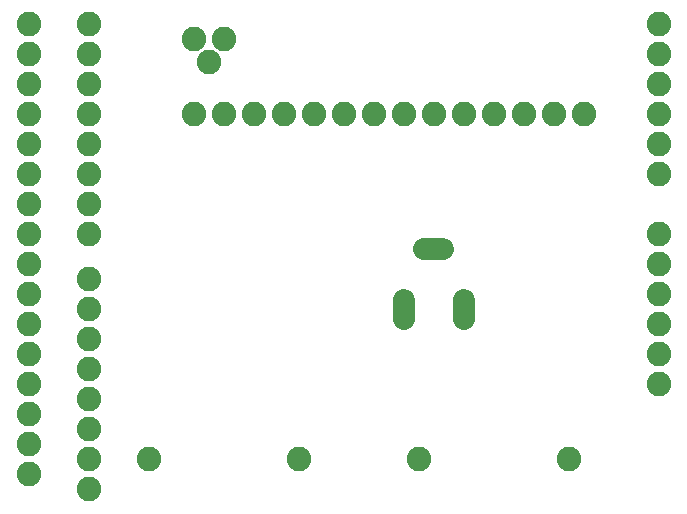
<source format=gts>
G75*
%MOIN*%
%OFA0B0*%
%FSLAX24Y24*%
%IPPOS*%
%LPD*%
%AMOC8*
5,1,8,0,0,1.08239X$1,22.5*
%
%ADD10C,0.0820*%
%ADD11C,0.0720*%
D10*
X001550Y002000D03*
X001550Y003000D03*
X001550Y004000D03*
X001550Y005000D03*
X001550Y006000D03*
X001550Y007000D03*
X001550Y008000D03*
X001550Y009000D03*
X001550Y010000D03*
X001550Y011000D03*
X001550Y012000D03*
X001550Y013000D03*
X001550Y014000D03*
X001550Y015000D03*
X001550Y016000D03*
X001550Y017000D03*
X003550Y017000D03*
X003550Y016000D03*
X003550Y015000D03*
X003550Y014000D03*
X003550Y013000D03*
X003550Y012000D03*
X003550Y011000D03*
X003550Y010000D03*
X003550Y008500D03*
X003550Y007500D03*
X003550Y006500D03*
X003550Y005500D03*
X003550Y004500D03*
X003550Y003500D03*
X003550Y002500D03*
X003550Y001500D03*
X005550Y002500D03*
X010550Y002500D03*
X014550Y002500D03*
X019550Y002500D03*
X022550Y005000D03*
X022550Y006000D03*
X022550Y007000D03*
X022550Y008000D03*
X022550Y009000D03*
X022550Y010000D03*
X022550Y012000D03*
X022550Y013000D03*
X022550Y014000D03*
X022550Y015000D03*
X022550Y016000D03*
X022550Y017000D03*
X020050Y014000D03*
X019050Y014000D03*
X018050Y014000D03*
X017050Y014000D03*
X016050Y014000D03*
X015050Y014000D03*
X014050Y014000D03*
X013050Y014000D03*
X012050Y014000D03*
X011050Y014000D03*
X010050Y014000D03*
X009050Y014000D03*
X008050Y014000D03*
X007050Y014000D03*
X007550Y015750D03*
X007050Y016500D03*
X008050Y016500D03*
D11*
X014730Y009500D02*
X015370Y009500D01*
X016050Y007820D02*
X016050Y007180D01*
X014050Y007180D02*
X014050Y007820D01*
M02*

</source>
